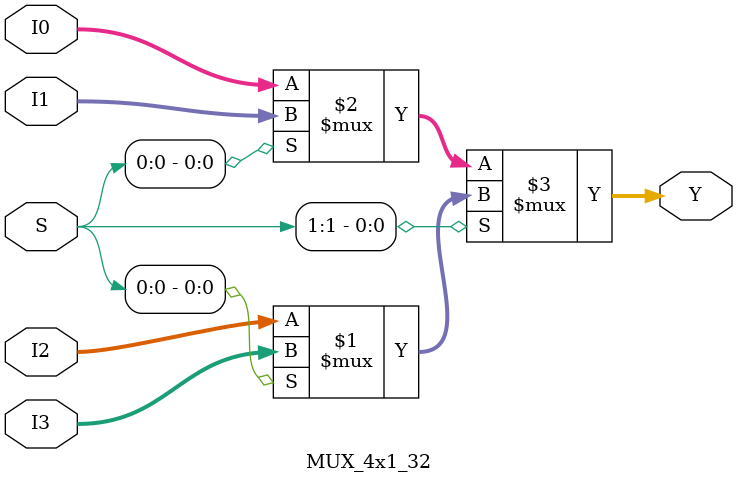
<source format=v>
`timescale 1ns / 1ps


module MUX_4x1_32 (
    input  [31:0] I0,
    input  [31:0] I1,
    input  [31:0] I2,
    input  [31:0] I3,
    input  [ 1:0] S,
    output [31:0] Y
);

  assign Y = S[1] ? (S[0] ? I3 : I2) : (S[0] ? I1 : I0);
endmodule

</source>
